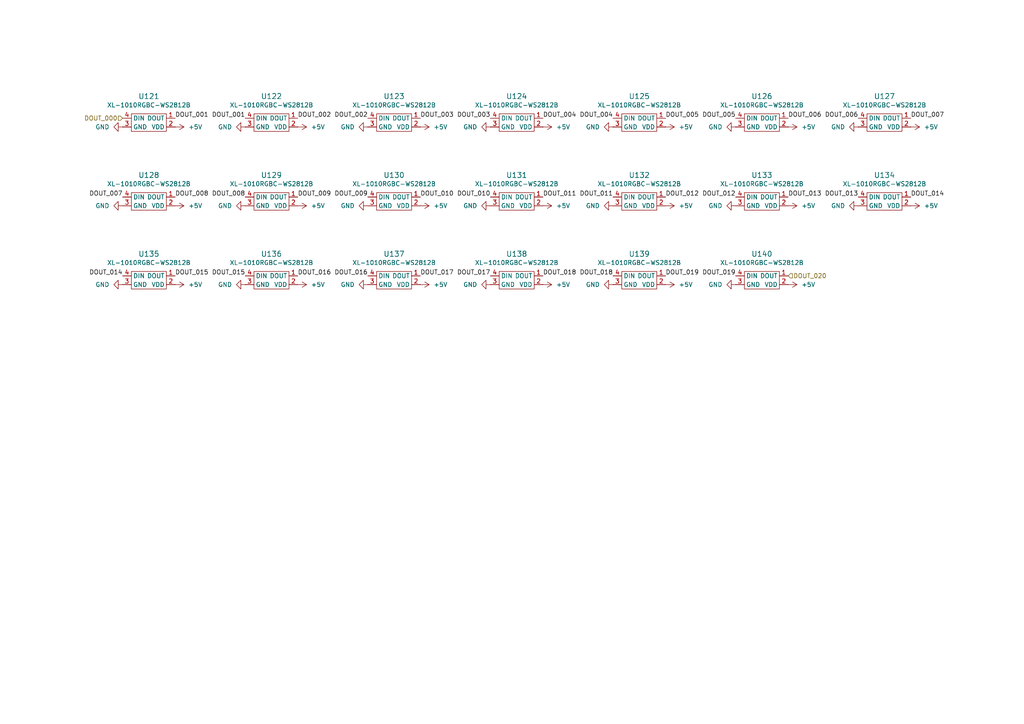
<source format=kicad_sch>
(kicad_sch (version 20250114) (generator "eeschema") (generator_version "9.0")
  (paper "A4")
  (lib_symbols
    (symbol "SK6805-EC10-000:SK6805_EC10-000"
      (property "Reference" "U" (at -2.54 3.556 0))
      (property "Value" "XL-1010RGBC-WS2812B" (at 1.016 -3.81 0))
      (symbol "SK6805_EC10-000_1_1"
        (rectangle (start -5.08 2.54) (end 5.08 -2.54))
        (pin passive line (at -7.62 1.27 0) (length 2.54) (name "DIN") (number "4"))
        (pin passive line (at -7.62 -1.27 0) (length 2.54) (name "GND") (number "3"))
        (pin passive line (at 7.62 1.27 180) (length 2.54) (name "DOUT") (number "1"))
        (pin passive line (at 7.62 -1.27 180) (length 2.54) (name "VDD") (number "2"))
      )
    )
    (symbol "power:+5V" (power) (pin_numbers (hide yes)) (pin_names (offset 0) (hide yes))
      (property "Value" "+5V" (at 0 3.556 0))
      (symbol "+5V_0_1"
        (polyline (pts (xy -0.762 1.27) (xy 0 2.54)))
        (polyline (pts (xy 0 2.54) (xy 0.762 1.27)))
        (polyline (pts (xy 0 0) (xy 0 2.54)))
      )
      (symbol "+5V_1_1"
        (pin power_in line (at 0 0 90) (length 0) (name "~") (number "1"))
      )
    )
    (symbol "power:GND" (power) (pin_numbers (hide yes)) (pin_names (offset 0) (hide yes))
      (property "Value" "GND" (at 0 -3.81 0))
      (symbol "GND_0_1"
        (polyline (pts (xy 0 0) (xy 0 -1.27) (xy 1.27 -1.27) (xy 0 -2.54) (xy -1.27 -1.27) (xy 0 -1.27)))
      )
      (symbol "GND_1_1"
        (pin power_in line (at 0 0 270) (length 0) (name "~") (number "1"))
      )
    )
  )
  (label "DOUT_012" (at 213.36 57.15 180))
  (label "DOUT_019" (at 193.04 80.01 0))
  (label "DOUT_005" (at 213.36 34.29 180))
  (label "DOUT_004" (at 177.8 34.29 180))
  (label "DOUT_009" (at 106.68 57.15 180))
  (label "DOUT_010" (at 142.24 57.15 180))
  (label "DOUT_007" (at 264.16 34.29 0))
  (label "DOUT_001" (at 50.8 34.29 0))
  (label "DOUT_016" (at 106.68 80.01 180))
  (label "DOUT_010" (at 121.92 57.15 0))
  (label "DOUT_011" (at 157.48 57.15 0))
  (label "DOUT_008" (at 71.12 57.15 180))
  (label "DOUT_005" (at 193.04 34.29 0))
  (label "DOUT_003" (at 142.24 34.29 180))
  (label "DOUT_018" (at 177.8 80.01 180))
  (label "DOUT_008" (at 50.8 57.15 0))
  (label "DOUT_002" (at 86.36 34.29 0))
  (label "DOUT_018" (at 157.48 80.01 0))
  (label "DOUT_017" (at 121.92 80.01 0))
  (label "DOUT_011" (at 177.8 57.15 180))
  (label "DOUT_002" (at 106.68 34.29 180))
  (label "DOUT_006" (at 228.6 34.29 0))
  (label "DOUT_016" (at 86.36 80.01 0))
  (label "DOUT_014" (at 264.16 57.15 0))
  (label "DOUT_015" (at 71.12 80.01 180))
  (label "DOUT_017" (at 142.24 80.01 180))
  (label "DOUT_009" (at 86.36 57.15 0))
  (label "DOUT_004" (at 157.48 34.29 0))
  (label "DOUT_001" (at 71.12 34.29 180))
  (label "DOUT_003" (at 121.92 34.29 0))
  (label "DOUT_015" (at 50.8 80.01 0))
  (label "DOUT_012" (at 193.04 57.15 0))
  (label "DOUT_006" (at 248.92 34.29 180))
  (label "DOUT_014" (at 35.56 80.01 180))
  (label "DOUT_007" (at 35.56 57.15 180))
  (label "DOUT_013" (at 228.6 57.15 0))
  (label "DOUT_013" (at 248.92 57.15 180))
  (label "DOUT_019" (at 213.36 80.01 180))
  (hierarchical_label "DOUT_020" (shape input) (at 228.6 80.01 0))
  (hierarchical_label "DOUT_000" (shape input) (at 35.56 34.29 180))
  (symbol (lib_id "power:+5V") (at 121.92 59.69 270) (unit 1)
    (property "Reference" "#PWR515" (effects (hide yes)))
    (property "Value" "+5V" (at 125.73 59.6901 90) (effects (justify left)))
    (property "Description" "Power symbol creates a global label with name \"+5V\"" (effects (hide yes)))
  )
  (symbol (lib_id "power:+5V") (at 193.04 59.69 270) (unit 1)
    (property "Reference" "#PWR539" (effects (hide yes)))
    (property "Value" "+5V" (at 196.85 59.6901 90) (effects (justify left)))
    (property "Description" "Power symbol creates a global label with name \"+5V\"" (effects (hide yes)))
  )
  (symbol (lib_id "power:GND") (at 71.12 36.83 270) (unit 1)
    (property "Reference" "#PWR493" (effects (hide yes)))
    (property "Value" "GND" (at 67.31 36.8299 90) (effects (justify right)))
    (property "Description" "Power symbol creates a global label with name \"GND\" , ground" (effects (hide yes)))
  )
  (symbol (lib_id "power:GND") (at 248.92 59.69 270) (unit 1)
    (property "Reference" "#PWR554" (effects (hide yes)))
    (property "Value" "GND" (at 245.11 59.6899 90) (effects (justify right)))
    (property "Description" "Power symbol creates a global label with name \"GND\" , ground" (effects (hide yes)))
  )
  (symbol (lib_id "SK6805-EC10-000:SK6805_EC10-000") (at 114.3 81.28 0) (unit 1)
    (property "Reference" "U137" (at 114.3 73.66 0) (effects (font (size 1.524 1.524))))
    (property "Value" "XL-1010RGBC-WS2812B" (at 114.3 76.2 0))
    (property "Footprint" "SK6805-EC10-000:SMD-4P,1.1x1.1mm" (effects (hide yes)))
    (property "Datasheet" "4492" (effects (hide yes)))
    (property "LCSC" "C5349953" (effects (hide yes)))
  )
  (symbol (lib_id "SK6805-EC10-000:SK6805_EC10-000") (at 220.98 58.42 0) (unit 1)
    (property "Reference" "U133" (at 220.98 50.8 0) (effects (font (size 1.524 1.524))))
    (property "Value" "XL-1010RGBC-WS2812B" (at 220.98 53.34 0))
    (property "Footprint" "SK6805-EC10-000:SMD-4P,1.1x1.1mm" (effects (hide yes)))
    (property "Datasheet" "4492" (effects (hide yes)))
    (property "LCSC" "C5349953" (effects (hide yes)))
  )
  (symbol (lib_id "power:GND") (at 248.92 36.83 270) (unit 1)
    (property "Reference" "#PWR553" (effects (hide yes)))
    (property "Value" "GND" (at 245.11 36.8299 90) (effects (justify right)))
    (property "Description" "Power symbol creates a global label with name \"GND\" , ground" (effects (hide yes)))
  )
  (symbol (lib_id "power:+5V") (at 157.48 82.55 270) (unit 1)
    (property "Reference" "#PWR528" (effects (hide yes)))
    (property "Value" "+5V" (at 161.29 82.5501 90) (effects (justify left)))
    (property "Description" "Power symbol creates a global label with name \"+5V\"" (effects (hide yes)))
  )
  (symbol (lib_id "power:GND") (at 35.56 59.69 270) (unit 1)
    (property "Reference" "#PWR482" (effects (hide yes)))
    (property "Value" "GND" (at 31.75 59.6899 90) (effects (justify right)))
    (property "Description" "Power symbol creates a global label with name \"GND\" , ground" (effects (hide yes)))
  )
  (symbol (lib_id "power:GND") (at 106.68 82.55 270) (unit 1)
    (property "Reference" "#PWR507" (effects (hide yes)))
    (property "Value" "GND" (at 102.87 82.5499 90) (effects (justify right)))
    (property "Description" "Power symbol creates a global label with name \"GND\" , ground" (effects (hide yes)))
  )
  (symbol (lib_id "power:+5V") (at 86.36 82.55 270) (unit 1)
    (property "Reference" "#PWR504" (effects (hide yes)))
    (property "Value" "+5V" (at 90.17 82.5501 90) (effects (justify left)))
    (property "Description" "Power symbol creates a global label with name \"+5V\"" (effects (hide yes)))
  )
  (symbol (lib_id "SK6805-EC10-000:SK6805_EC10-000") (at 185.42 81.28 0) (unit 1)
    (property "Reference" "U139" (at 185.42 73.66 0) (effects (font (size 1.524 1.524))))
    (property "Value" "XL-1010RGBC-WS2812B" (at 185.42 76.2 0))
    (property "Footprint" "SK6805-EC10-000:SMD-4P,1.1x1.1mm" (effects (hide yes)))
    (property "Datasheet" "4492" (effects (hide yes)))
    (property "LCSC" "C5349953" (effects (hide yes)))
  )
  (symbol (lib_id "power:+5V") (at 157.48 59.69 270) (unit 1)
    (property "Reference" "#PWR527" (effects (hide yes)))
    (property "Value" "+5V" (at 161.29 59.6901 90) (effects (justify left)))
    (property "Description" "Power symbol creates a global label with name \"+5V\"" (effects (hide yes)))
  )
  (symbol (lib_id "power:+5V") (at 157.48 36.83 270) (unit 1)
    (property "Reference" "#PWR526" (effects (hide yes)))
    (property "Value" "+5V" (at 161.29 36.8301 90) (effects (justify left)))
    (property "Description" "Power symbol creates a global label with name \"+5V\"" (effects (hide yes)))
  )
  (symbol (lib_id "power:GND") (at 213.36 82.55 270) (unit 1)
    (property "Reference" "#PWR543" (effects (hide yes)))
    (property "Value" "GND" (at 209.55 82.5499 90) (effects (justify right)))
    (property "Description" "Power symbol creates a global label with name \"GND\" , ground" (effects (hide yes)))
  )
  (symbol (lib_id "power:GND") (at 71.12 59.69 270) (unit 1)
    (property "Reference" "#PWR494" (effects (hide yes)))
    (property "Value" "GND" (at 67.31 59.6899 90) (effects (justify right)))
    (property "Description" "Power symbol creates a global label with name \"GND\" , ground" (effects (hide yes)))
  )
  (symbol (lib_id "SK6805-EC10-000:SK6805_EC10-000") (at 185.42 58.42 0) (unit 1)
    (property "Reference" "U132" (at 185.42 50.8 0) (effects (font (size 1.524 1.524))))
    (property "Value" "XL-1010RGBC-WS2812B" (at 185.42 53.34 0))
    (property "Footprint" "SK6805-EC10-000:SMD-4P,1.1x1.1mm" (effects (hide yes)))
    (property "Datasheet" "4492" (effects (hide yes)))
    (property "LCSC" "C5349953" (effects (hide yes)))
  )
  (symbol (lib_id "power:+5V") (at 264.16 59.69 270) (unit 1)
    (property "Reference" "#PWR560" (effects (hide yes)))
    (property "Value" "+5V" (at 267.97 59.6901 90) (effects (justify left)))
    (property "Description" "Power symbol creates a global label with name \"+5V\"" (effects (hide yes)))
  )
  (symbol (lib_id "SK6805-EC10-000:SK6805_EC10-000") (at 114.3 35.56 0) (unit 1)
    (property "Reference" "U123" (at 114.3 27.94 0) (effects (font (size 1.524 1.524))))
    (property "Value" "XL-1010RGBC-WS2812B" (at 114.3 30.48 0))
    (property "Footprint" "SK6805-EC10-000:SMD-4P,1.1x1.1mm" (effects (hide yes)))
    (property "Datasheet" "4492" (effects (hide yes)))
    (property "LCSC" "C5349953" (effects (hide yes)))
  )
  (symbol (lib_id "SK6805-EC10-000:SK6805_EC10-000") (at 220.98 35.56 0) (unit 1)
    (property "Reference" "U126" (at 220.98 27.94 0) (effects (font (size 1.524 1.524))))
    (property "Value" "XL-1010RGBC-WS2812B" (at 220.98 30.48 0))
    (property "Footprint" "SK6805-EC10-000:SMD-4P,1.1x1.1mm" (effects (hide yes)))
    (property "Datasheet" "4492" (effects (hide yes)))
    (property "LCSC" "C5349953" (effects (hide yes)))
  )
  (symbol (lib_id "SK6805-EC10-000:SK6805_EC10-000") (at 114.3 58.42 0) (unit 1)
    (property "Reference" "U130" (at 114.3 50.8 0) (effects (font (size 1.524 1.524))))
    (property "Value" "XL-1010RGBC-WS2812B" (at 114.3 53.34 0))
    (property "Footprint" "SK6805-EC10-000:SMD-4P,1.1x1.1mm" (effects (hide yes)))
    (property "Datasheet" "4492" (effects (hide yes)))
    (property "LCSC" "C5349953" (effects (hide yes)))
  )
  (symbol (lib_id "power:GND") (at 213.36 59.69 270) (unit 1)
    (property "Reference" "#PWR542" (effects (hide yes)))
    (property "Value" "GND" (at 209.55 59.6899 90) (effects (justify right)))
    (property "Description" "Power symbol creates a global label with name \"GND\" , ground" (effects (hide yes)))
  )
  (symbol (lib_id "SK6805-EC10-000:SK6805_EC10-000") (at 256.54 35.56 0) (unit 1)
    (property "Reference" "U127" (at 256.54 27.94 0) (effects (font (size 1.524 1.524))))
    (property "Value" "XL-1010RGBC-WS2812B" (at 256.54 30.48 0))
    (property "Footprint" "SK6805-EC10-000:SMD-4P,1.1x1.1mm" (effects (hide yes)))
    (property "Datasheet" "4492" (effects (hide yes)))
    (property "LCSC" "C5349953" (effects (hide yes)))
  )
  (symbol (lib_id "power:+5V") (at 50.8 36.83 270) (unit 1)
    (property "Reference" "#PWR490" (effects (hide yes)))
    (property "Value" "+5V" (at 54.61 36.8301 90) (effects (justify left)))
    (property "Description" "Power symbol creates a global label with name \"+5V\"" (effects (hide yes)))
  )
  (symbol (lib_id "power:GND") (at 177.8 59.69 270) (unit 1)
    (property "Reference" "#PWR530" (effects (hide yes)))
    (property "Value" "GND" (at 173.99 59.6899 90) (effects (justify right)))
    (property "Description" "Power symbol creates a global label with name \"GND\" , ground" (effects (hide yes)))
  )
  (symbol (lib_id "SK6805-EC10-000:SK6805_EC10-000") (at 220.98 81.28 0) (unit 1)
    (property "Reference" "U140" (at 220.98 73.66 0) (effects (font (size 1.524 1.524))))
    (property "Value" "XL-1010RGBC-WS2812B" (at 220.98 76.2 0))
    (property "Footprint" "SK6805-EC10-000:SMD-4P,1.1x1.1mm" (effects (hide yes)))
    (property "Datasheet" "4492" (effects (hide yes)))
    (property "LCSC" "C5349953" (effects (hide yes)))
  )
  (symbol (lib_id "SK6805-EC10-000:SK6805_EC10-000") (at 43.18 35.56 0) (unit 1)
    (property "Reference" "U121" (at 43.18 27.94 0) (effects (font (size 1.524 1.524))))
    (property "Value" "XL-1010RGBC-WS2812B" (at 43.18 30.48 0))
    (property "Footprint" "SK6805-EC10-000:SMD-4P,1.1x1.1mm" (effects (hide yes)))
    (property "Datasheet" "4492" (effects (hide yes)))
    (property "LCSC" "C5349953" (effects (hide yes)))
  )
  (symbol (lib_id "power:+5V") (at 193.04 36.83 270) (unit 1)
    (property "Reference" "#PWR538" (effects (hide yes)))
    (property "Value" "+5V" (at 196.85 36.8301 90) (effects (justify left)))
    (property "Description" "Power symbol creates a global label with name \"+5V\"" (effects (hide yes)))
  )
  (symbol (lib_id "SK6805-EC10-000:SK6805_EC10-000") (at 185.42 35.56 0) (unit 1)
    (property "Reference" "U125" (at 185.42 27.94 0) (effects (font (size 1.524 1.524))))
    (property "Value" "XL-1010RGBC-WS2812B" (at 185.42 30.48 0))
    (property "Footprint" "SK6805-EC10-000:SMD-4P,1.1x1.1mm" (effects (hide yes)))
    (property "Datasheet" "4492" (effects (hide yes)))
    (property "LCSC" "C5349953" (effects (hide yes)))
  )
  (symbol (lib_id "power:GND") (at 142.24 82.55 270) (unit 1)
    (property "Reference" "#PWR519" (effects (hide yes)))
    (property "Value" "GND" (at 138.43 82.5499 90) (effects (justify right)))
    (property "Description" "Power symbol creates a global label with name \"GND\" , ground" (effects (hide yes)))
  )
  (symbol (lib_id "SK6805-EC10-000:SK6805_EC10-000") (at 149.86 58.42 0) (unit 1)
    (property "Reference" "U131" (at 149.86 50.8 0) (effects (font (size 1.524 1.524))))
    (property "Value" "XL-1010RGBC-WS2812B" (at 149.86 53.34 0))
    (property "Footprint" "SK6805-EC10-000:SMD-4P,1.1x1.1mm" (effects (hide yes)))
    (property "Datasheet" "4492" (effects (hide yes)))
    (property "LCSC" "C5349953" (effects (hide yes)))
  )
  (symbol (lib_id "power:GND") (at 142.24 36.83 270) (unit 1)
    (property "Reference" "#PWR517" (effects (hide yes)))
    (property "Value" "GND" (at 138.43 36.8299 90) (effects (justify right)))
    (property "Description" "Power symbol creates a global label with name \"GND\" , ground" (effects (hide yes)))
  )
  (symbol (lib_id "SK6805-EC10-000:SK6805_EC10-000") (at 78.74 81.28 0) (unit 1)
    (property "Reference" "U136" (at 78.74 73.66 0) (effects (font (size 1.524 1.524))))
    (property "Value" "XL-1010RGBC-WS2812B" (at 78.74 76.2 0))
    (property "Footprint" "SK6805-EC10-000:SMD-4P,1.1x1.1mm" (effects (hide yes)))
    (property "Datasheet" "4492" (effects (hide yes)))
    (property "LCSC" "C5349953" (effects (hide yes)))
  )
  (symbol (lib_id "power:+5V") (at 228.6 82.55 270) (unit 1)
    (property "Reference" "#PWR552" (effects (hide yes)))
    (property "Value" "+5V" (at 232.41 82.5501 90) (effects (justify left)))
    (property "Description" "Power symbol creates a global label with name \"+5V\"" (effects (hide yes)))
  )
  (symbol (lib_id "power:GND") (at 142.24 59.69 270) (unit 1)
    (property "Reference" "#PWR518" (effects (hide yes)))
    (property "Value" "GND" (at 138.43 59.6899 90) (effects (justify right)))
    (property "Description" "Power symbol creates a global label with name \"GND\" , ground" (effects (hide yes)))
  )
  (symbol (lib_id "power:+5V") (at 121.92 36.83 270) (unit 1)
    (property "Reference" "#PWR514" (effects (hide yes)))
    (property "Value" "+5V" (at 125.73 36.8301 90) (effects (justify left)))
    (property "Description" "Power symbol creates a global label with name \"+5V\"" (effects (hide yes)))
  )
  (symbol (lib_id "SK6805-EC10-000:SK6805_EC10-000") (at 43.18 58.42 0) (unit 1)
    (property "Reference" "U128" (at 43.18 50.8 0) (effects (font (size 1.524 1.524))))
    (property "Value" "XL-1010RGBC-WS2812B" (at 43.18 53.34 0))
    (property "Footprint" "SK6805-EC10-000:SMD-4P,1.1x1.1mm" (effects (hide yes)))
    (property "Datasheet" "4492" (effects (hide yes)))
    (property "LCSC" "C5349953" (effects (hide yes)))
  )
  (symbol (lib_id "power:GND") (at 106.68 36.83 270) (unit 1)
    (property "Reference" "#PWR505" (effects (hide yes)))
    (property "Value" "GND" (at 102.87 36.8299 90) (effects (justify right)))
    (property "Description" "Power symbol creates a global label with name \"GND\" , ground" (effects (hide yes)))
  )
  (symbol (lib_id "power:+5V") (at 193.04 82.55 270) (unit 1)
    (property "Reference" "#PWR540" (effects (hide yes)))
    (property "Value" "+5V" (at 196.85 82.5501 90) (effects (justify left)))
    (property "Description" "Power symbol creates a global label with name \"+5V\"" (effects (hide yes)))
  )
  (symbol (lib_id "power:+5V") (at 50.8 82.55 270) (unit 1)
    (property "Reference" "#PWR492" (effects (hide yes)))
    (property "Value" "+5V" (at 54.61 82.5501 90) (effects (justify left)))
    (property "Description" "Power symbol creates a global label with name \"+5V\"" (effects (hide yes)))
  )
  (symbol (lib_id "power:GND") (at 71.12 82.55 270) (unit 1)
    (property "Reference" "#PWR495" (effects (hide yes)))
    (property "Value" "GND" (at 67.31 82.5499 90) (effects (justify right)))
    (property "Description" "Power symbol creates a global label with name \"GND\" , ground" (effects (hide yes)))
  )
  (symbol (lib_id "SK6805-EC10-000:SK6805_EC10-000") (at 78.74 58.42 0) (unit 1)
    (property "Reference" "U129" (at 78.74 50.8 0) (effects (font (size 1.524 1.524))))
    (property "Value" "XL-1010RGBC-WS2812B" (at 78.74 53.34 0))
    (property "Footprint" "SK6805-EC10-000:SMD-4P,1.1x1.1mm" (effects (hide yes)))
    (property "Datasheet" "4492" (effects (hide yes)))
    (property "LCSC" "C5349953" (effects (hide yes)))
  )
  (symbol (lib_id "power:GND") (at 106.68 59.69 270) (unit 1)
    (property "Reference" "#PWR506" (effects (hide yes)))
    (property "Value" "GND" (at 102.87 59.6899 90) (effects (justify right)))
    (property "Description" "Power symbol creates a global label with name \"GND\" , ground" (effects (hide yes)))
  )
  (symbol (lib_id "power:+5V") (at 264.16 36.83 270) (unit 1)
    (property "Reference" "#PWR559" (effects (hide yes)))
    (property "Value" "+5V" (at 267.97 36.8301 90) (effects (justify left)))
    (property "Description" "Power symbol creates a global label with name \"+5V\"" (effects (hide yes)))
  )
  (symbol (lib_id "SK6805-EC10-000:SK6805_EC10-000") (at 256.54 58.42 0) (unit 1)
    (property "Reference" "U134" (at 256.54 50.8 0) (effects (font (size 1.524 1.524))))
    (property "Value" "XL-1010RGBC-WS2812B" (at 256.54 53.34 0))
    (property "Footprint" "SK6805-EC10-000:SMD-4P,1.1x1.1mm" (effects (hide yes)))
    (property "Datasheet" "4492" (effects (hide yes)))
    (property "LCSC" "C5349953" (effects (hide yes)))
  )
  (symbol (lib_id "power:+5V") (at 86.36 36.83 270) (unit 1)
    (property "Reference" "#PWR502" (effects (hide yes)))
    (property "Value" "+5V" (at 90.17 36.8301 90) (effects (justify left)))
    (property "Description" "Power symbol creates a global label with name \"+5V\"" (effects (hide yes)))
  )
  (symbol (lib_id "power:+5V") (at 121.92 82.55 270) (unit 1)
    (property "Reference" "#PWR516" (effects (hide yes)))
    (property "Value" "+5V" (at 125.73 82.5501 90) (effects (justify left)))
    (property "Description" "Power symbol creates a global label with name \"+5V\"" (effects (hide yes)))
  )
  (symbol (lib_id "SK6805-EC10-000:SK6805_EC10-000") (at 43.18 81.28 0) (unit 1)
    (property "Reference" "U135" (at 43.18 73.66 0) (effects (font (size 1.524 1.524))))
    (property "Value" "XL-1010RGBC-WS2812B" (at 43.18 76.2 0))
    (property "Footprint" "SK6805-EC10-000:SMD-4P,1.1x1.1mm" (effects (hide yes)))
    (property "Datasheet" "4492" (effects (hide yes)))
    (property "LCSC" "C5349953" (effects (hide yes)))
  )
  (symbol (lib_id "SK6805-EC10-000:SK6805_EC10-000") (at 149.86 81.28 0) (unit 1)
    (property "Reference" "U138" (at 149.86 73.66 0) (effects (font (size 1.524 1.524))))
    (property "Value" "XL-1010RGBC-WS2812B" (at 149.86 76.2 0))
    (property "Footprint" "SK6805-EC10-000:SMD-4P,1.1x1.1mm" (effects (hide yes)))
    (property "Datasheet" "4492" (effects (hide yes)))
    (property "LCSC" "C5349953" (effects (hide yes)))
  )
  (symbol (lib_id "SK6805-EC10-000:SK6805_EC10-000") (at 78.74 35.56 0) (unit 1)
    (property "Reference" "U122" (at 78.74 27.94 0) (effects (font (size 1.524 1.524))))
    (property "Value" "XL-1010RGBC-WS2812B" (at 78.74 30.48 0))
    (property "Footprint" "SK6805-EC10-000:SMD-4P,1.1x1.1mm" (effects (hide yes)))
    (property "Datasheet" "4492" (effects (hide yes)))
    (property "LCSC" "C5349953" (effects (hide yes)))
  )
  (symbol (lib_id "power:+5V") (at 228.6 36.83 270) (unit 1)
    (property "Reference" "#PWR550" (effects (hide yes)))
    (property "Value" "+5V" (at 232.41 36.8301 90) (effects (justify left)))
    (property "Description" "Power symbol creates a global label with name \"+5V\"" (effects (hide yes)))
  )
  (symbol (lib_id "power:+5V") (at 228.6 59.69 270) (unit 1)
    (property "Reference" "#PWR551" (effects (hide yes)))
    (property "Value" "+5V" (at 232.41 59.6901 90) (effects (justify left)))
    (property "Description" "Power symbol creates a global label with name \"+5V\"" (effects (hide yes)))
  )
  (symbol (lib_id "power:+5V") (at 50.8 59.69 270) (unit 1)
    (property "Reference" "#PWR491" (effects (hide yes)))
    (property "Value" "+5V" (at 54.61 59.6901 90) (effects (justify left)))
    (property "Description" "Power symbol creates a global label with name \"+5V\"" (effects (hide yes)))
  )
  (symbol (lib_id "power:GND") (at 177.8 36.83 270) (unit 1)
    (property "Reference" "#PWR529" (effects (hide yes)))
    (property "Value" "GND" (at 173.99 36.8299 90) (effects (justify right)))
    (property "Description" "Power symbol creates a global label with name \"GND\" , ground" (effects (hide yes)))
  )
  (symbol (lib_id "power:GND") (at 213.36 36.83 270) (unit 1)
    (property "Reference" "#PWR541" (effects (hide yes)))
    (property "Value" "GND" (at 209.55 36.8299 90) (effects (justify right)))
    (property "Description" "Power symbol creates a global label with name \"GND\" , ground" (effects (hide yes)))
  )
  (symbol (lib_id "power:GND") (at 177.8 82.55 270) (unit 1)
    (property "Reference" "#PWR531" (effects (hide yes)))
    (property "Value" "GND" (at 173.99 82.5499 90) (effects (justify right)))
    (property "Description" "Power symbol creates a global label with name \"GND\" , ground" (effects (hide yes)))
  )
  (symbol (lib_id "power:GND") (at 35.56 82.55 270) (unit 1)
    (property "Reference" "#PWR483" (effects (hide yes)))
    (property "Value" "GND" (at 31.75 82.5499 90) (effects (justify right)))
    (property "Description" "Power symbol creates a global label with name \"GND\" , ground" (effects (hide yes)))
  )
  (symbol (lib_id "SK6805-EC10-000:SK6805_EC10-000") (at 149.86 35.56 0) (unit 1)
    (property "Reference" "U124" (at 149.86 27.94 0) (effects (font (size 1.524 1.524))))
    (property "Value" "XL-1010RGBC-WS2812B" (at 149.86 30.48 0))
    (property "Footprint" "SK6805-EC10-000:SMD-4P,1.1x1.1mm" (effects (hide yes)))
    (property "Datasheet" "4492" (effects (hide yes)))
    (property "LCSC" "C5349953" (effects (hide yes)))
  )
  (symbol (lib_id "power:GND") (at 35.56 36.83 270) (unit 1)
    (property "Reference" "#PWR481" (effects (hide yes)))
    (property "Value" "GND" (at 31.75 36.8299 90) (effects (justify right)))
    (property "Description" "Power symbol creates a global label with name \"GND\" , ground" (effects (hide yes)))
  )
  (symbol (lib_id "power:+5V") (at 86.36 59.69 270) (unit 1)
    (property "Reference" "#PWR503" (effects (hide yes)))
    (property "Value" "+5V" (at 90.17 59.6901 90) (effects (justify left)))
    (property "Description" "Power symbol creates a global label with name \"+5V\"" (effects (hide yes)))
  )
)
</source>
